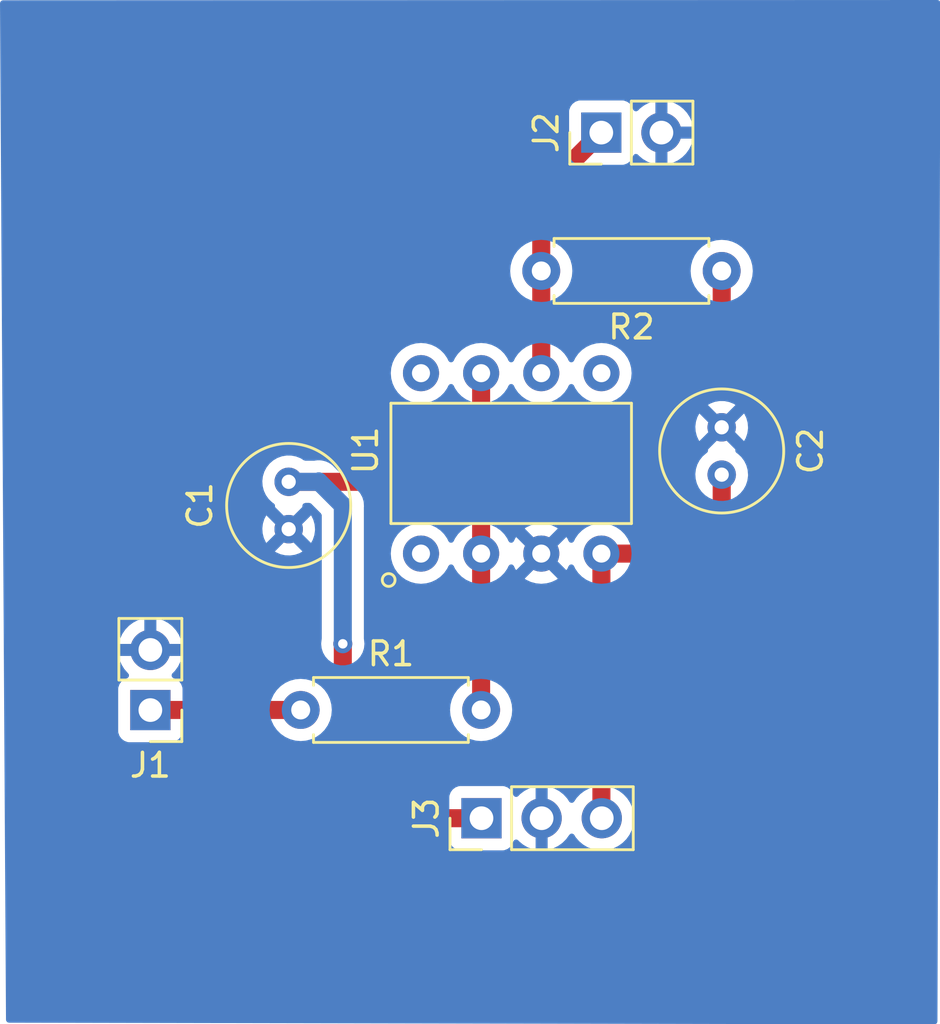
<source format=kicad_pcb>
(kicad_pcb (version 20211014) (generator pcbnew)
  (title_block (title "OpAmpBasic") (date "2022-10-13") (rev "v1.0") (company "IIT Italy") (comment 1 "First layout"))
  (layers (0 "F.Cu" signal) (31 "B.Cu" signal) (34 "B.Paste" user) (35 "F.Paste" user) (36 "B.SilkS" user "B.Silkscreen") (37 "F.SilkS" user "F.Silkscreen") (38 "B.Mask" user) (39 "F.Mask" user) (44 "Edge.Cuts" user))
  (net 0 "")
  (net 2 "Net-(R1-Pad2)")
  (net 3 "GND")
  (net 4 "VSS")
  (net 6 "Net-(J2-Pad1)")
  (net 7 "VCC")
  (net 9 "Net-(J1-Pad1)")
  (footprint "Connector_PinHeader_2.54mm:PinHeader_1x03_P2.54mm_Vertical" (layer "F.Cu") (at 135.905 98.806 90)
    (fp_text reference "J3" (at 0 -2.33 90) (layer "F.SilkS"))
    (fp_text value "Bias Conn")
    (fp_line (start -1.33 6.41) (end 1.33 6.41) (layer "F.SilkS") (width 0.12))
    (fp_line (start -1.33 -1.33) (end 0 -1.33) (layer "F.SilkS") (width 0.12))
    (fp_line (start 1.33 1.27) (end 1.33 6.41) (layer "F.SilkS") (width 0.12))
    (fp_line (start -1.33 1.27) (end -1.33 6.41) (layer "F.SilkS") (width 0.12))
    (fp_line (start -1.33 0) (end -1.33 -1.33) (layer "F.SilkS") (width 0.12))
    (fp_line (start -1.33 1.27) (end 1.33 1.27) (layer "F.SilkS") (width 0.12))
    (pad "1" thru_hole rect (at 0 0 90) (size 1.7 1.7) (drill 1) (layers *.Cu *.Mask) (net 7 "VCC"))
    (pad "2" thru_hole oval (at 0 2.54 90) (size 1.7 1.7) (drill 1) (layers *.Cu *.Mask) (net 3 "GND"))
    (pad "3" thru_hole oval (at 0 5.08 90) (size 1.7 1.7) (drill 1) (layers *.Cu *.Mask) (net 4 "VSS"))
  )
  (footprint "ajLib:AD711_PDIP" (layer "F.Cu") (at 137.16 83.82)
    (fp_text reference "U1" (at -6.15 -0.55 90 unlocked) (layer "F.SilkS"))
    (fp_text value "AD711")
    (fp_line (start 5.08 -2.54) (end -5.08 -2.54) (layer "F.SilkS") (width 0.12))
    (fp_line (start -5.08 2.54) (end 5.08 2.54) (layer "F.SilkS") (width 0.12))
    (fp_line (start 5.08 2.54) (end 5.08 -2.54) (layer "F.SilkS") (width 0.12))
    (fp_line (start -5.08 -2.54) (end -5.08 2.54) (layer "F.SilkS") (width 0.12))
    (fp_circle (center -5.175 4.925) (end -4.95 5.075) (layer "F.SilkS") (width 0.12) (fill none))
    (pad "1" thru_hole circle (at -3.81 3.81) (size 1.524 1.524) (drill 0.762) (layers *.Cu *.Mask))
    (pad "2" thru_hole circle (at -1.27 3.81) (size 1.524 1.524) (drill 0.762) (layers *.Cu *.Mask) (net 2 "Net-(R1-Pad2)"))
    (pad "3" thru_hole circle (at 1.27 3.81) (size 1.524 1.524) (drill 0.762) (layers *.Cu *.Mask) (net 3 "GND"))
    (pad "4" thru_hole circle (at 3.81 3.81) (size 1.524 1.524) (drill 0.762) (layers *.Cu *.Mask) (net 4 "VSS"))
    (pad "5" thru_hole circle (at 3.81 -3.81) (size 1.524 1.524) (drill 0.762) (layers *.Cu *.Mask))
    (pad "6" thru_hole circle (at 1.27 -3.81) (size 1.524 1.524) (drill 0.762) (layers *.Cu *.Mask) (net 6 "Net-(J2-Pad1)"))
    (pad "7" thru_hole circle (at -1.27 -3.81) (size 1.524 1.524) (drill 0.762) (layers *.Cu *.Mask) (net 7 "VCC"))
    (pad "8" thru_hole circle (at -3.81 -3.81) (size 1.524 1.524) (drill 0.762) (layers *.Cu *.Mask))
  )
  (footprint "Capacitor_THT:C_Radial_D5.0mm_H5.0mm_P2.00mm" (layer "F.Cu") (at 146.05 82.296 -90)
    (fp_text reference "C2" (at 1 -3.75 90) (layer "F.SilkS"))
    (fp_text value "100n")
    (fp_circle (center 1 0) (end 3.62 0) (layer "F.SilkS") (width 0.12) (fill none))
    (pad "1" thru_hole circle (at 0 0 270) (size 1.2 1.2) (drill 0.6) (layers *.Cu *.Mask) (net 3 "GND"))
    (pad "2" thru_hole circle (at 2 0 270) (size 1.2 1.2) (drill 0.6) (layers *.Cu *.Mask) (net 4 "VSS"))
  )
  (footprint "Connector_PinHeader_2.54mm:PinHeader_1x02_P2.54mm_Vertical" (layer "F.Cu") (at 140.965 69.85 90)
    (fp_text reference "J2" (at 0 -2.33 90) (layer "F.SilkS"))
    (fp_text value "Output")
    (fp_line (start -1.33 0) (end -1.33 -1.33) (layer "F.SilkS") (width 0.12))
    (fp_line (start 1.33 1.27) (end 1.33 3.87) (layer "F.SilkS") (width 0.12))
    (fp_line (start -1.33 1.27) (end -1.33 3.87) (layer "F.SilkS") (width 0.12))
    (fp_line (start -1.33 1.27) (end 1.33 1.27) (layer "F.SilkS") (width 0.12))
    (fp_line (start -1.33 3.87) (end 1.33 3.87) (layer "F.SilkS") (width 0.12))
    (fp_line (start -1.33 -1.33) (end 0 -1.33) (layer "F.SilkS") (width 0.12))
    (pad "1" thru_hole rect (at 0 0 90) (size 1.7 1.7) (drill 1) (layers *.Cu *.Mask) (net 6 "Net-(J2-Pad1)"))
    (pad "2" thru_hole oval (at 0 2.54 90) (size 1.7 1.7) (drill 1) (layers *.Cu *.Mask) (net 3 "GND"))
  )
  (footprint "Resistor_THT:R_Axial_DIN0207_L6.3mm_D2.5mm_P7.62mm_Horizontal" (layer "F.Cu") (at 146.05 75.692 180)
    (fp_text reference "R2" (at 3.81 -2.37) (layer "F.SilkS"))
    (fp_text value "10k")
    (fp_line (start 0.54 -1.04) (end 0.54 -1.37) (layer "F.SilkS") (width 0.12))
    (fp_line (start 7.08 1.37) (end 7.08 1.04) (layer "F.SilkS") (width 0.12))
    (fp_line (start 0.54 1.04) (end 0.54 1.37) (layer "F.SilkS") (width 0.12))
    (fp_line (start 0.54 -1.37) (end 7.08 -1.37) (layer "F.SilkS") (width 0.12))
    (fp_line (start 0.54 1.37) (end 7.08 1.37) (layer "F.SilkS") (width 0.12))
    (fp_line (start 7.08 -1.37) (end 7.08 -1.04) (layer "F.SilkS") (width 0.12))
    (pad "1" thru_hole circle (at 0 0 180) (size 1.6 1.6) (drill 0.8) (layers *.Cu *.Mask) (net 2 "Net-(R1-Pad2)"))
    (pad "2" thru_hole oval (at 7.62 0 180) (size 1.6 1.6) (drill 0.8) (layers *.Cu *.Mask) (net 6 "Net-(J2-Pad1)"))
  )
  (footprint "Connector_PinHeader_2.54mm:PinHeader_1x02_P2.54mm_Vertical" (layer "F.Cu") (at 121.92 94.239 180)
    (fp_text reference "J1" (at 0 -2.33) (layer "F.SilkS"))
    (fp_text value "Input")
    (fp_line (start -1.33 3.87) (end 1.33 3.87) (layer "F.SilkS") (width 0.12))
    (fp_line (start -1.33 0) (end -1.33 -1.33) (layer "F.SilkS") (width 0.12))
    (fp_line (start -1.33 1.27) (end -1.33 3.87) (layer "F.SilkS") (width 0.12))
    (fp_line (start -1.33 1.27) (end 1.33 1.27) (layer "F.SilkS") (width 0.12))
    (fp_line (start 1.33 1.27) (end 1.33 3.87) (layer "F.SilkS") (width 0.12))
    (fp_line (start -1.33 -1.33) (end 0 -1.33) (layer "F.SilkS") (width 0.12))
    (pad "1" thru_hole rect (at 0 0 180) (size 1.7 1.7) (drill 1) (layers *.Cu *.Mask) (net 9 "Net-(J1-Pad1)"))
    (pad "2" thru_hole oval (at 0 2.54 180) (size 1.7 1.7) (drill 1) (layers *.Cu *.Mask) (net 3 "GND"))
  )
  (footprint "Capacitor_THT:C_Radial_D5.0mm_H5.0mm_P2.00mm" (layer "F.Cu") (at 127.762 86.598 90)
    (fp_text reference "C1" (at 1 -3.75 90) (layer "F.SilkS"))
    (fp_text value "100n")
    (fp_circle (center 1 0) (end 3.62 0) (layer "F.SilkS") (width 0.12) (fill none))
    (pad "1" thru_hole circle (at 0 0 90) (size 1.2 1.2) (drill 0.6) (layers *.Cu *.Mask) (net 3 "GND"))
    (pad "2" thru_hole circle (at 2 0 90) (size 1.2 1.2) (drill 0.6) (layers *.Cu *.Mask) (net 7 "VCC"))
  )
  (footprint "Resistor_THT:R_Axial_DIN0207_L6.3mm_D2.5mm_P7.62mm_Horizontal" (layer "F.Cu") (at 128.27 94.234)
    (fp_text reference "R1" (at 3.81 -2.37) (layer "F.SilkS"))
    (fp_text value "10k")
    (fp_line (start 7.08 1.37) (end 7.08 1.04) (layer "F.SilkS") (width 0.12))
    (fp_line (start 0.54 -1.04) (end 0.54 -1.37) (layer "F.SilkS") (width 0.12))
    (fp_line (start 0.54 1.04) (end 0.54 1.37) (layer "F.SilkS") (width 0.12))
    (fp_line (start 0.54 -1.37) (end 7.08 -1.37) (layer "F.SilkS") (width 0.12))
    (fp_line (start 7.08 -1.37) (end 7.08 -1.04) (layer "F.SilkS") (width 0.12))
    (fp_line (start 0.54 1.37) (end 7.08 1.37) (layer "F.SilkS") (width 0.12))
    (pad "1" thru_hole circle (at 0 0) (size 1.6 1.6) (drill 0.8) (layers *.Cu *.Mask) (net 9 "Net-(J1-Pad1)"))
    (pad "2" thru_hole oval (at 7.62 0) (size 1.6 1.6) (drill 0.8) (layers *.Cu *.Mask) (net 2 "Net-(R1-Pad2)"))
  )
  (segment (start 135.89 87.63) (end 135.89 94.234) (width 0.762) (layer "F.Cu") (net 2))
  (segment (start 135.89 83.82) (end 135.89 87.63) (width 0.762) (layer "F.Cu") (net 2))
  (segment (start 146.05 78.232) (end 140.462 83.82) (width 0.762) (layer "F.Cu") (net 2))
  (segment (start 140.462 83.82) (end 135.89 83.82) (width 0.762) (layer "F.Cu") (net 2))
  (segment (start 146.05 75.692) (end 146.05 78.232) (width 0.762) (layer "F.Cu") (net 2))
  (segment (start 140.97 98.791) (end 140.985 98.806) (width 0.762) (layer "F.Cu") (net 4))
  (segment (start 144.272 87.63) (end 146.05 85.852) (width 0.762) (layer "F.Cu") (net 4))
  (segment (start 140.97 87.63) (end 144.272 87.63) (width 0.762) (layer "F.Cu") (net 4))
  (segment (start 140.97 87.63) (end 140.97 98.791) (width 0.762) (layer "F.Cu") (net 4))
  (segment (start 146.05 85.852) (end 146.05 84.296) (width 0.762) (layer "F.Cu") (net 4))
  (segment (start 138.43 75.692) (end 138.43 72.385) (width 0.762) (layer "F.Cu") (net 6))
  (segment (start 138.43 72.385) (end 140.965 69.85) (width 0.762) (layer "F.Cu") (net 6))
  (segment (start 138.43 80.01) (end 138.43 75.692) (width 0.762) (layer "F.Cu") (net 6))
  (segment (start 133.35 84.328) (end 133.096 84.582) (width 0.762) (layer "F.Cu") (net 7))
  (segment (start 135.89 80.01) (end 135.89 81.788) (width 0.762) (layer "F.Cu") (net 7))
  (segment (start 135.636 82.042) (end 133.35 84.328) (width 0.762) (layer "F.Cu") (net 7))
  (segment (start 130.048 97.028) (end 130.048 91.44) (width 0.762) (layer "F.Cu") (net 7))
  (segment (start 135.905 98.806) (end 131.826 98.806) (width 0.762) (layer "F.Cu") (net 7))
  (segment (start 127.762 84.598) (end 133.08 84.598) (width 0.762) (layer "F.Cu") (net 7))
  (segment (start 131.826 98.806) (end 130.048 97.028) (width 0.762) (layer "F.Cu") (net 7))
  (segment (start 135.89 81.788) (end 135.636 82.042) (width 0.762) (layer "F.Cu") (net 7))
  (segment (start 133.08 84.598) (end 133.35 84.328) (width 0.762) (layer "F.Cu") (net 7))
  (via (at 130.048 91.44) (size 0.8) (drill 0.4) (layers "F.Cu" "B.Cu") (net 7))
  (segment (start 130.048 85.598) (end 130.048 91.44) (width 0.762) (layer "B.Cu") (net 7))
  (segment (start 129.016 84.598) (end 129.032 84.582) (width 0.762) (layer "B.Cu") (net 7))
  (segment (start 129.032 84.582) (end 130.048 85.598) (width 0.762) (layer "B.Cu") (net 7))
  (segment (start 127.762 84.598) (end 129.016 84.598) (width 0.762) (layer "B.Cu") (net 7))
  (segment (start 121.925 94.234) (end 121.92 94.239) (width 0.762) (layer "F.Cu") (net 9))
  (segment (start 128.27 94.234) (end 121.925 94.234) (width 0.762) (layer "F.Cu") (net 9))
  (zone (net 3) (net_name "GND") (layer "B.Cu") (connect_pads (clearance 0.508)) (min_thickness 0.254) (fill yes (thermal_gap 0.508) (thermal_bridge_width 0.508))
    (polygon (pts (xy 155.161657 107.513164) (xy 115.824 107.442) (xy 115.57 64.262) (xy 155.28853 64.249427)))
  )
)
</source>
